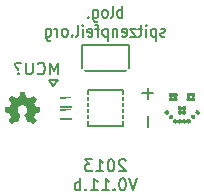
<source format=gbo>
G04 (created by PCBNEW (2013-09-13 BZR 4316)-product) date Mon 16 Sep 2013 03:18:15 PM CEST*
%MOIN*%
G04 Gerber Fmt 3.4, Leading zero omitted, Abs format*
%FSLAX34Y34*%
G01*
G70*
G90*
G04 APERTURE LIST*
%ADD10C,0.005906*%
%ADD11C,0.007874*%
%ADD12C,0.000100*%
%ADD13O,0.039370X0.009843*%
%ADD14R,0.039370X0.009843*%
%ADD15C,0.078740*%
%ADD16R,0.051100X0.059000*%
%ADD17R,0.031400X0.031400*%
%ADD18C,0.010000*%
G04 APERTURE END LIST*
G54D10*
G54D11*
X27795Y-23661D02*
X27637Y-23464D01*
X27952Y-23464D02*
X27795Y-23661D01*
X27637Y-23464D02*
X27952Y-23464D01*
X27947Y-23288D02*
X27947Y-22894D01*
X27815Y-23175D01*
X27684Y-22894D01*
X27684Y-23288D01*
X27272Y-23250D02*
X27290Y-23269D01*
X27347Y-23288D01*
X27384Y-23288D01*
X27440Y-23269D01*
X27478Y-23232D01*
X27497Y-23194D01*
X27515Y-23119D01*
X27515Y-23063D01*
X27497Y-22988D01*
X27478Y-22950D01*
X27440Y-22913D01*
X27384Y-22894D01*
X27347Y-22894D01*
X27290Y-22913D01*
X27272Y-22932D01*
X27103Y-22894D02*
X27103Y-23213D01*
X27084Y-23250D01*
X27065Y-23269D01*
X27028Y-23288D01*
X26953Y-23288D01*
X26916Y-23269D01*
X26897Y-23250D01*
X26878Y-23213D01*
X26878Y-22894D01*
X26634Y-23250D02*
X26616Y-23269D01*
X26634Y-23288D01*
X26653Y-23269D01*
X26634Y-23250D01*
X26634Y-23288D01*
X26709Y-22913D02*
X26672Y-22894D01*
X26578Y-22894D01*
X26541Y-22913D01*
X26522Y-22950D01*
X26522Y-22988D01*
X26541Y-23025D01*
X26559Y-23044D01*
X26597Y-23063D01*
X26616Y-23082D01*
X26634Y-23119D01*
X26634Y-23138D01*
X30101Y-21398D02*
X30101Y-21004D01*
X30101Y-21154D02*
X30067Y-21136D01*
X30000Y-21136D01*
X29966Y-21154D01*
X29949Y-21173D01*
X29932Y-21211D01*
X29932Y-21323D01*
X29949Y-21361D01*
X29966Y-21379D01*
X30000Y-21398D01*
X30067Y-21398D01*
X30101Y-21379D01*
X29730Y-21398D02*
X29763Y-21379D01*
X29780Y-21342D01*
X29780Y-21004D01*
X29544Y-21398D02*
X29578Y-21379D01*
X29595Y-21361D01*
X29611Y-21323D01*
X29611Y-21211D01*
X29595Y-21173D01*
X29578Y-21154D01*
X29544Y-21136D01*
X29493Y-21136D01*
X29460Y-21154D01*
X29443Y-21173D01*
X29426Y-21211D01*
X29426Y-21323D01*
X29443Y-21361D01*
X29460Y-21379D01*
X29493Y-21398D01*
X29544Y-21398D01*
X29122Y-21136D02*
X29122Y-21454D01*
X29139Y-21492D01*
X29156Y-21511D01*
X29190Y-21529D01*
X29240Y-21529D01*
X29274Y-21511D01*
X29122Y-21379D02*
X29156Y-21398D01*
X29223Y-21398D01*
X29257Y-21379D01*
X29274Y-21361D01*
X29291Y-21323D01*
X29291Y-21211D01*
X29274Y-21173D01*
X29257Y-21154D01*
X29223Y-21136D01*
X29156Y-21136D01*
X29122Y-21154D01*
X28953Y-21361D02*
X28937Y-21379D01*
X28953Y-21398D01*
X28970Y-21379D01*
X28953Y-21361D01*
X28953Y-21398D01*
X31510Y-22009D02*
X31476Y-22028D01*
X31408Y-22028D01*
X31375Y-22009D01*
X31358Y-21972D01*
X31358Y-21953D01*
X31375Y-21916D01*
X31408Y-21897D01*
X31459Y-21897D01*
X31493Y-21878D01*
X31510Y-21841D01*
X31510Y-21822D01*
X31493Y-21784D01*
X31459Y-21766D01*
X31408Y-21766D01*
X31375Y-21784D01*
X31206Y-21766D02*
X31206Y-22159D01*
X31206Y-21784D02*
X31172Y-21766D01*
X31105Y-21766D01*
X31071Y-21784D01*
X31054Y-21803D01*
X31037Y-21841D01*
X31037Y-21953D01*
X31054Y-21991D01*
X31071Y-22009D01*
X31105Y-22028D01*
X31172Y-22028D01*
X31206Y-22009D01*
X30885Y-22028D02*
X30885Y-21766D01*
X30885Y-21634D02*
X30902Y-21653D01*
X30885Y-21672D01*
X30868Y-21653D01*
X30885Y-21634D01*
X30885Y-21672D01*
X30767Y-21766D02*
X30632Y-21766D01*
X30717Y-21634D02*
X30717Y-21972D01*
X30700Y-22009D01*
X30666Y-22028D01*
X30632Y-22028D01*
X30548Y-21766D02*
X30362Y-21766D01*
X30548Y-22028D01*
X30362Y-22028D01*
X30092Y-22009D02*
X30126Y-22028D01*
X30194Y-22028D01*
X30227Y-22009D01*
X30244Y-21972D01*
X30244Y-21822D01*
X30227Y-21784D01*
X30194Y-21766D01*
X30126Y-21766D01*
X30092Y-21784D01*
X30075Y-21822D01*
X30075Y-21859D01*
X30244Y-21897D01*
X29924Y-21766D02*
X29924Y-22028D01*
X29924Y-21803D02*
X29907Y-21784D01*
X29873Y-21766D01*
X29822Y-21766D01*
X29789Y-21784D01*
X29772Y-21822D01*
X29772Y-22028D01*
X29603Y-21766D02*
X29603Y-22159D01*
X29603Y-21784D02*
X29569Y-21766D01*
X29502Y-21766D01*
X29468Y-21784D01*
X29451Y-21803D01*
X29434Y-21841D01*
X29434Y-21953D01*
X29451Y-21991D01*
X29468Y-22009D01*
X29502Y-22028D01*
X29569Y-22028D01*
X29603Y-22009D01*
X29333Y-21766D02*
X29198Y-21766D01*
X29282Y-22028D02*
X29282Y-21691D01*
X29266Y-21653D01*
X29232Y-21634D01*
X29198Y-21634D01*
X28945Y-22009D02*
X28979Y-22028D01*
X29046Y-22028D01*
X29080Y-22009D01*
X29097Y-21972D01*
X29097Y-21822D01*
X29080Y-21784D01*
X29046Y-21766D01*
X28979Y-21766D01*
X28945Y-21784D01*
X28928Y-21822D01*
X28928Y-21859D01*
X29097Y-21897D01*
X28776Y-22028D02*
X28776Y-21766D01*
X28776Y-21634D02*
X28793Y-21653D01*
X28776Y-21672D01*
X28759Y-21653D01*
X28776Y-21634D01*
X28776Y-21672D01*
X28557Y-22028D02*
X28591Y-22009D01*
X28607Y-21972D01*
X28607Y-21634D01*
X28422Y-21991D02*
X28405Y-22009D01*
X28422Y-22028D01*
X28439Y-22009D01*
X28422Y-21991D01*
X28422Y-22028D01*
X28203Y-22028D02*
X28236Y-22009D01*
X28253Y-21991D01*
X28270Y-21953D01*
X28270Y-21841D01*
X28253Y-21803D01*
X28236Y-21784D01*
X28203Y-21766D01*
X28152Y-21766D01*
X28118Y-21784D01*
X28101Y-21803D01*
X28084Y-21841D01*
X28084Y-21953D01*
X28101Y-21991D01*
X28118Y-22009D01*
X28152Y-22028D01*
X28203Y-22028D01*
X27933Y-22028D02*
X27933Y-21766D01*
X27933Y-21841D02*
X27916Y-21803D01*
X27899Y-21784D01*
X27865Y-21766D01*
X27831Y-21766D01*
X27561Y-21766D02*
X27561Y-22084D01*
X27578Y-22122D01*
X27595Y-22140D01*
X27629Y-22159D01*
X27679Y-22159D01*
X27713Y-22140D01*
X27561Y-22009D02*
X27595Y-22028D01*
X27663Y-22028D01*
X27696Y-22009D01*
X27713Y-21991D01*
X27730Y-21953D01*
X27730Y-21841D01*
X27713Y-21803D01*
X27696Y-21784D01*
X27663Y-21766D01*
X27595Y-21766D01*
X27561Y-21784D01*
X30202Y-26160D02*
X30183Y-26141D01*
X30146Y-26122D01*
X30052Y-26122D01*
X30014Y-26141D01*
X29996Y-26160D01*
X29977Y-26197D01*
X29977Y-26235D01*
X29996Y-26291D01*
X30221Y-26516D01*
X29977Y-26516D01*
X29733Y-26122D02*
X29696Y-26122D01*
X29658Y-26141D01*
X29640Y-26160D01*
X29621Y-26197D01*
X29602Y-26272D01*
X29602Y-26366D01*
X29621Y-26441D01*
X29640Y-26479D01*
X29658Y-26497D01*
X29696Y-26516D01*
X29733Y-26516D01*
X29771Y-26497D01*
X29790Y-26479D01*
X29808Y-26441D01*
X29827Y-26366D01*
X29827Y-26272D01*
X29808Y-26197D01*
X29790Y-26160D01*
X29771Y-26141D01*
X29733Y-26122D01*
X29227Y-26516D02*
X29452Y-26516D01*
X29340Y-26516D02*
X29340Y-26122D01*
X29377Y-26179D01*
X29415Y-26216D01*
X29452Y-26235D01*
X29096Y-26122D02*
X28852Y-26122D01*
X28983Y-26272D01*
X28927Y-26272D01*
X28890Y-26291D01*
X28871Y-26310D01*
X28852Y-26347D01*
X28852Y-26441D01*
X28871Y-26479D01*
X28890Y-26497D01*
X28927Y-26516D01*
X29040Y-26516D01*
X29077Y-26497D01*
X29096Y-26479D01*
X30586Y-26752D02*
X30455Y-27146D01*
X30324Y-26752D01*
X30118Y-26752D02*
X30080Y-26752D01*
X30043Y-26771D01*
X30024Y-26790D01*
X30005Y-26827D01*
X29986Y-26902D01*
X29986Y-26996D01*
X30005Y-27071D01*
X30024Y-27109D01*
X30043Y-27127D01*
X30080Y-27146D01*
X30118Y-27146D01*
X30155Y-27127D01*
X30174Y-27109D01*
X30193Y-27071D01*
X30211Y-26996D01*
X30211Y-26902D01*
X30193Y-26827D01*
X30174Y-26790D01*
X30155Y-26771D01*
X30118Y-26752D01*
X29818Y-27109D02*
X29799Y-27127D01*
X29818Y-27146D01*
X29836Y-27127D01*
X29818Y-27109D01*
X29818Y-27146D01*
X29424Y-27146D02*
X29649Y-27146D01*
X29536Y-27146D02*
X29536Y-26752D01*
X29574Y-26809D01*
X29611Y-26846D01*
X29649Y-26865D01*
X29049Y-27146D02*
X29274Y-27146D01*
X29161Y-27146D02*
X29161Y-26752D01*
X29199Y-26809D01*
X29236Y-26846D01*
X29274Y-26865D01*
X28880Y-27109D02*
X28862Y-27127D01*
X28880Y-27146D01*
X28899Y-27127D01*
X28880Y-27109D01*
X28880Y-27146D01*
X28693Y-27146D02*
X28693Y-26752D01*
X28693Y-26902D02*
X28655Y-26884D01*
X28580Y-26884D01*
X28543Y-26902D01*
X28524Y-26921D01*
X28505Y-26959D01*
X28505Y-27071D01*
X28524Y-27109D01*
X28543Y-27127D01*
X28580Y-27146D01*
X28655Y-27146D01*
X28693Y-27127D01*
X31119Y-23923D02*
X30760Y-23923D01*
X30940Y-24103D02*
X30940Y-23743D01*
X30943Y-24670D02*
X30943Y-25029D01*
X28937Y-25000D02*
X30118Y-25000D01*
X30118Y-25000D02*
X30118Y-23818D01*
X30118Y-23818D02*
X28937Y-23818D01*
X28937Y-23818D02*
X28937Y-25000D01*
X28740Y-22322D02*
X30314Y-22322D01*
X28740Y-22322D02*
X28740Y-23188D01*
X28740Y-23188D02*
X30314Y-23188D01*
X30314Y-23188D02*
X30314Y-22322D01*
X27771Y-24365D02*
X28371Y-24365D01*
X28371Y-24365D02*
X28371Y-24065D01*
X28371Y-24065D02*
X27771Y-24065D01*
X27771Y-24065D02*
X27771Y-24365D01*
X27771Y-24759D02*
X28371Y-24759D01*
X28371Y-24759D02*
X28371Y-24459D01*
X28371Y-24459D02*
X27771Y-24459D01*
X27771Y-24459D02*
X27771Y-24759D01*
G54D12*
G36*
X26413Y-24939D02*
X26420Y-24936D01*
X26433Y-24927D01*
X26453Y-24914D01*
X26476Y-24899D01*
X26500Y-24883D01*
X26519Y-24870D01*
X26533Y-24861D01*
X26538Y-24858D01*
X26541Y-24859D01*
X26552Y-24865D01*
X26568Y-24873D01*
X26578Y-24878D01*
X26593Y-24884D01*
X26600Y-24886D01*
X26601Y-24884D01*
X26607Y-24872D01*
X26615Y-24853D01*
X26626Y-24827D01*
X26639Y-24797D01*
X26653Y-24765D01*
X26666Y-24732D01*
X26679Y-24701D01*
X26691Y-24672D01*
X26700Y-24649D01*
X26706Y-24633D01*
X26709Y-24626D01*
X26708Y-24625D01*
X26701Y-24618D01*
X26688Y-24608D01*
X26660Y-24585D01*
X26632Y-24551D01*
X26615Y-24512D01*
X26610Y-24468D01*
X26614Y-24428D01*
X26630Y-24390D01*
X26657Y-24355D01*
X26690Y-24329D01*
X26728Y-24313D01*
X26771Y-24308D01*
X26812Y-24312D01*
X26851Y-24328D01*
X26886Y-24354D01*
X26901Y-24371D01*
X26921Y-24407D01*
X26933Y-24444D01*
X26934Y-24453D01*
X26932Y-24495D01*
X26920Y-24535D01*
X26898Y-24570D01*
X26868Y-24599D01*
X26864Y-24602D01*
X26850Y-24613D01*
X26840Y-24620D01*
X26833Y-24626D01*
X26886Y-24753D01*
X26894Y-24773D01*
X26909Y-24808D01*
X26921Y-24838D01*
X26932Y-24862D01*
X26939Y-24878D01*
X26942Y-24884D01*
X26942Y-24884D01*
X26947Y-24885D01*
X26956Y-24882D01*
X26974Y-24873D01*
X26986Y-24867D01*
X26999Y-24861D01*
X27005Y-24858D01*
X27011Y-24861D01*
X27024Y-24869D01*
X27042Y-24882D01*
X27065Y-24897D01*
X27087Y-24912D01*
X27107Y-24925D01*
X27121Y-24935D01*
X27128Y-24938D01*
X27129Y-24938D01*
X27136Y-24935D01*
X27147Y-24925D01*
X27164Y-24909D01*
X27189Y-24885D01*
X27193Y-24881D01*
X27213Y-24861D01*
X27229Y-24843D01*
X27240Y-24831D01*
X27244Y-24826D01*
X27244Y-24826D01*
X27240Y-24819D01*
X27231Y-24804D01*
X27218Y-24784D01*
X27202Y-24760D01*
X27160Y-24699D01*
X27183Y-24642D01*
X27190Y-24624D01*
X27199Y-24602D01*
X27206Y-24587D01*
X27209Y-24580D01*
X27216Y-24578D01*
X27231Y-24574D01*
X27254Y-24570D01*
X27282Y-24565D01*
X27308Y-24560D01*
X27331Y-24555D01*
X27348Y-24552D01*
X27356Y-24551D01*
X27358Y-24549D01*
X27359Y-24546D01*
X27360Y-24538D01*
X27361Y-24523D01*
X27361Y-24501D01*
X27361Y-24468D01*
X27361Y-24465D01*
X27361Y-24434D01*
X27360Y-24409D01*
X27359Y-24394D01*
X27358Y-24387D01*
X27358Y-24387D01*
X27351Y-24385D01*
X27334Y-24382D01*
X27311Y-24377D01*
X27283Y-24372D01*
X27281Y-24372D01*
X27253Y-24366D01*
X27230Y-24361D01*
X27213Y-24358D01*
X27206Y-24355D01*
X27205Y-24353D01*
X27199Y-24342D01*
X27191Y-24325D01*
X27182Y-24304D01*
X27173Y-24282D01*
X27165Y-24262D01*
X27160Y-24248D01*
X27158Y-24241D01*
X27158Y-24241D01*
X27162Y-24234D01*
X27172Y-24220D01*
X27186Y-24200D01*
X27202Y-24176D01*
X27203Y-24174D01*
X27219Y-24150D01*
X27232Y-24130D01*
X27241Y-24116D01*
X27244Y-24110D01*
X27244Y-24109D01*
X27239Y-24102D01*
X27227Y-24089D01*
X27209Y-24071D01*
X27189Y-24050D01*
X27182Y-24044D01*
X27159Y-24021D01*
X27143Y-24007D01*
X27133Y-23999D01*
X27129Y-23997D01*
X27128Y-23997D01*
X27121Y-24001D01*
X27106Y-24011D01*
X27086Y-24025D01*
X27062Y-24041D01*
X27061Y-24042D01*
X27037Y-24058D01*
X27017Y-24072D01*
X27003Y-24081D01*
X26997Y-24084D01*
X26996Y-24084D01*
X26987Y-24082D01*
X26970Y-24076D01*
X26949Y-24068D01*
X26927Y-24059D01*
X26907Y-24051D01*
X26893Y-24044D01*
X26886Y-24040D01*
X26885Y-24040D01*
X26883Y-24031D01*
X26879Y-24013D01*
X26874Y-23989D01*
X26868Y-23960D01*
X26867Y-23956D01*
X26862Y-23927D01*
X26858Y-23904D01*
X26854Y-23888D01*
X26853Y-23881D01*
X26849Y-23881D01*
X26835Y-23880D01*
X26814Y-23879D01*
X26788Y-23879D01*
X26762Y-23879D01*
X26736Y-23879D01*
X26714Y-23880D01*
X26698Y-23881D01*
X26691Y-23883D01*
X26691Y-23883D01*
X26689Y-23892D01*
X26685Y-23909D01*
X26680Y-23934D01*
X26674Y-23963D01*
X26673Y-23968D01*
X26668Y-23996D01*
X26663Y-24019D01*
X26660Y-24035D01*
X26658Y-24041D01*
X26656Y-24042D01*
X26644Y-24048D01*
X26625Y-24055D01*
X26602Y-24065D01*
X26548Y-24087D01*
X26482Y-24041D01*
X26476Y-24037D01*
X26452Y-24021D01*
X26432Y-24008D01*
X26418Y-23999D01*
X26413Y-23996D01*
X26412Y-23996D01*
X26406Y-24002D01*
X26393Y-24014D01*
X26375Y-24032D01*
X26354Y-24052D01*
X26338Y-24068D01*
X26320Y-24086D01*
X26309Y-24099D01*
X26302Y-24107D01*
X26300Y-24112D01*
X26301Y-24115D01*
X26305Y-24122D01*
X26315Y-24136D01*
X26328Y-24157D01*
X26344Y-24180D01*
X26358Y-24200D01*
X26372Y-24222D01*
X26381Y-24238D01*
X26385Y-24245D01*
X26384Y-24249D01*
X26379Y-24262D01*
X26371Y-24281D01*
X26361Y-24305D01*
X26338Y-24357D01*
X26304Y-24364D01*
X26283Y-24368D01*
X26254Y-24373D01*
X26226Y-24379D01*
X26182Y-24387D01*
X26181Y-24546D01*
X26188Y-24549D01*
X26194Y-24551D01*
X26210Y-24555D01*
X26233Y-24559D01*
X26260Y-24564D01*
X26284Y-24569D01*
X26307Y-24573D01*
X26324Y-24576D01*
X26331Y-24578D01*
X26333Y-24580D01*
X26339Y-24592D01*
X26347Y-24610D01*
X26356Y-24631D01*
X26366Y-24654D01*
X26374Y-24674D01*
X26380Y-24690D01*
X26382Y-24698D01*
X26379Y-24704D01*
X26370Y-24718D01*
X26357Y-24738D01*
X26341Y-24761D01*
X26325Y-24784D01*
X26312Y-24804D01*
X26302Y-24818D01*
X26299Y-24825D01*
X26301Y-24829D01*
X26310Y-24840D01*
X26327Y-24858D01*
X26353Y-24884D01*
X26358Y-24888D01*
X26378Y-24908D01*
X26396Y-24924D01*
X26408Y-24935D01*
X26413Y-24939D01*
X26413Y-24939D01*
G37*
G36*
X32309Y-24925D02*
X32324Y-24923D01*
X32337Y-24919D01*
X32343Y-24916D01*
X32356Y-24907D01*
X32366Y-24896D01*
X32373Y-24884D01*
X32378Y-24870D01*
X32381Y-24856D01*
X32380Y-24841D01*
X32377Y-24827D01*
X32370Y-24813D01*
X32366Y-24807D01*
X32360Y-24800D01*
X32353Y-24794D01*
X32347Y-24789D01*
X32345Y-24788D01*
X32332Y-24782D01*
X32319Y-24779D01*
X32304Y-24778D01*
X32299Y-24778D01*
X32291Y-24779D01*
X32284Y-24781D01*
X32276Y-24785D01*
X32267Y-24789D01*
X32255Y-24799D01*
X32246Y-24811D01*
X32238Y-24824D01*
X32236Y-24830D01*
X32234Y-24838D01*
X32233Y-24843D01*
X32233Y-24844D01*
X32233Y-24844D01*
X32233Y-24841D01*
X32233Y-24841D01*
X32230Y-24831D01*
X32227Y-24822D01*
X32222Y-24813D01*
X32214Y-24802D01*
X32203Y-24792D01*
X32190Y-24784D01*
X32175Y-24779D01*
X32160Y-24778D01*
X32156Y-24778D01*
X32144Y-24779D01*
X32133Y-24782D01*
X32131Y-24783D01*
X32118Y-24790D01*
X32107Y-24799D01*
X32098Y-24811D01*
X32091Y-24823D01*
X32087Y-24836D01*
X32087Y-24837D01*
X32086Y-24840D01*
X32086Y-24842D01*
X32086Y-24842D01*
X32086Y-24840D01*
X32085Y-24836D01*
X32085Y-24835D01*
X32080Y-24822D01*
X32073Y-24809D01*
X32064Y-24798D01*
X32055Y-24791D01*
X32042Y-24784D01*
X32028Y-24779D01*
X32012Y-24778D01*
X32001Y-24779D01*
X31987Y-24782D01*
X31973Y-24789D01*
X31961Y-24798D01*
X31952Y-24810D01*
X31950Y-24812D01*
X31947Y-24817D01*
X31945Y-24822D01*
X31944Y-24825D01*
X31941Y-24832D01*
X31940Y-24838D01*
X31939Y-24843D01*
X31939Y-24844D01*
X31939Y-24844D01*
X31938Y-24841D01*
X31937Y-24833D01*
X31933Y-24823D01*
X31929Y-24814D01*
X31920Y-24802D01*
X31908Y-24792D01*
X31895Y-24784D01*
X31881Y-24779D01*
X31866Y-24778D01*
X31852Y-24779D01*
X31837Y-24783D01*
X31824Y-24790D01*
X31812Y-24800D01*
X31806Y-24807D01*
X31801Y-24815D01*
X31796Y-24824D01*
X31794Y-24832D01*
X31791Y-24847D01*
X31792Y-24861D01*
X31795Y-24875D01*
X31801Y-24888D01*
X31809Y-24899D01*
X31819Y-24909D01*
X31831Y-24917D01*
X31844Y-24922D01*
X31859Y-24925D01*
X31861Y-24925D01*
X31876Y-24925D01*
X31890Y-24921D01*
X31903Y-24915D01*
X31908Y-24911D01*
X31918Y-24903D01*
X31927Y-24892D01*
X31933Y-24881D01*
X31934Y-24877D01*
X31936Y-24871D01*
X31938Y-24864D01*
X31939Y-24859D01*
X31939Y-24856D01*
X31939Y-24859D01*
X31939Y-24862D01*
X31941Y-24868D01*
X31943Y-24876D01*
X31945Y-24882D01*
X31949Y-24889D01*
X31958Y-24901D01*
X31969Y-24911D01*
X31982Y-24919D01*
X31997Y-24924D01*
X31999Y-24924D01*
X32009Y-24925D01*
X32020Y-24925D01*
X32030Y-24923D01*
X32040Y-24920D01*
X32053Y-24913D01*
X32066Y-24903D01*
X32066Y-24902D01*
X32075Y-24892D01*
X32081Y-24879D01*
X32085Y-24867D01*
X32085Y-24866D01*
X32086Y-24863D01*
X32086Y-24861D01*
X32086Y-24862D01*
X32087Y-24865D01*
X32087Y-24866D01*
X32089Y-24874D01*
X32092Y-24882D01*
X32097Y-24890D01*
X32103Y-24899D01*
X32114Y-24910D01*
X32127Y-24918D01*
X32142Y-24923D01*
X32144Y-24924D01*
X32154Y-24925D01*
X32165Y-24925D01*
X32175Y-24924D01*
X32183Y-24921D01*
X32197Y-24915D01*
X32209Y-24906D01*
X32219Y-24895D01*
X32227Y-24882D01*
X32228Y-24878D01*
X32231Y-24871D01*
X32232Y-24864D01*
X32233Y-24859D01*
X32233Y-24859D01*
X32233Y-24859D01*
X32234Y-24862D01*
X32234Y-24862D01*
X32236Y-24871D01*
X32240Y-24881D01*
X32244Y-24890D01*
X32246Y-24893D01*
X32255Y-24904D01*
X32267Y-24913D01*
X32280Y-24920D01*
X32294Y-24924D01*
X32309Y-24925D01*
X32309Y-24925D01*
G37*
G36*
X31713Y-24778D02*
X31722Y-24777D01*
X31730Y-24777D01*
X31740Y-24774D01*
X31754Y-24768D01*
X31766Y-24759D01*
X31776Y-24748D01*
X31784Y-24735D01*
X31789Y-24721D01*
X31791Y-24706D01*
X31790Y-24691D01*
X31786Y-24677D01*
X31780Y-24664D01*
X31770Y-24652D01*
X31758Y-24642D01*
X31755Y-24640D01*
X31740Y-24634D01*
X31726Y-24630D01*
X31710Y-24630D01*
X31695Y-24633D01*
X31683Y-24638D01*
X31670Y-24647D01*
X31660Y-24658D01*
X31651Y-24671D01*
X31646Y-24686D01*
X31644Y-24693D01*
X31644Y-24703D01*
X31644Y-24712D01*
X31645Y-24720D01*
X31646Y-24723D01*
X31652Y-24738D01*
X31660Y-24751D01*
X31672Y-24762D01*
X31685Y-24770D01*
X31691Y-24773D01*
X31700Y-24776D01*
X31708Y-24777D01*
X31713Y-24778D01*
X31713Y-24778D01*
G37*
G36*
X32456Y-24778D02*
X32471Y-24776D01*
X32486Y-24771D01*
X32500Y-24762D01*
X32503Y-24760D01*
X32513Y-24749D01*
X32521Y-24736D01*
X32526Y-24722D01*
X32528Y-24714D01*
X32528Y-24705D01*
X32528Y-24695D01*
X32527Y-24688D01*
X32526Y-24684D01*
X32520Y-24669D01*
X32512Y-24657D01*
X32501Y-24646D01*
X32488Y-24638D01*
X32474Y-24633D01*
X32459Y-24630D01*
X32453Y-24630D01*
X32438Y-24632D01*
X32424Y-24636D01*
X32412Y-24644D01*
X32401Y-24653D01*
X32392Y-24665D01*
X32386Y-24678D01*
X32382Y-24692D01*
X32381Y-24707D01*
X32382Y-24716D01*
X32384Y-24724D01*
X32387Y-24733D01*
X32393Y-24744D01*
X32402Y-24756D01*
X32414Y-24765D01*
X32427Y-24772D01*
X32441Y-24776D01*
X32456Y-24778D01*
X32456Y-24778D01*
G37*
G36*
X31566Y-24630D02*
X31576Y-24630D01*
X31585Y-24628D01*
X31596Y-24625D01*
X31609Y-24618D01*
X31622Y-24608D01*
X31630Y-24599D01*
X31637Y-24586D01*
X31642Y-24572D01*
X31643Y-24566D01*
X31643Y-24557D01*
X31643Y-24548D01*
X31642Y-24541D01*
X31641Y-24536D01*
X31635Y-24522D01*
X31627Y-24509D01*
X31616Y-24498D01*
X31602Y-24490D01*
X31597Y-24488D01*
X31588Y-24484D01*
X31578Y-24483D01*
X31567Y-24483D01*
X31560Y-24483D01*
X31552Y-24484D01*
X31545Y-24486D01*
X31537Y-24490D01*
X31532Y-24493D01*
X31520Y-24502D01*
X31510Y-24513D01*
X31502Y-24527D01*
X31497Y-24542D01*
X31497Y-24545D01*
X31496Y-24554D01*
X31496Y-24563D01*
X31497Y-24571D01*
X31498Y-24576D01*
X31504Y-24590D01*
X31513Y-24603D01*
X31523Y-24614D01*
X31537Y-24622D01*
X31551Y-24628D01*
X31556Y-24629D01*
X31566Y-24630D01*
X31566Y-24630D01*
G37*
G36*
X32158Y-24630D02*
X32172Y-24629D01*
X32186Y-24625D01*
X32195Y-24621D01*
X32207Y-24612D01*
X32218Y-24601D01*
X32226Y-24588D01*
X32231Y-24574D01*
X32232Y-24571D01*
X32233Y-24559D01*
X32233Y-24548D01*
X32230Y-24535D01*
X32224Y-24520D01*
X32215Y-24508D01*
X32204Y-24498D01*
X32191Y-24490D01*
X32176Y-24484D01*
X32167Y-24482D01*
X32172Y-24481D01*
X32173Y-24481D01*
X32183Y-24478D01*
X32194Y-24473D01*
X32205Y-24467D01*
X32206Y-24465D01*
X32217Y-24455D01*
X32225Y-24442D01*
X32230Y-24428D01*
X32233Y-24414D01*
X32233Y-24400D01*
X32229Y-24386D01*
X32223Y-24372D01*
X32223Y-24371D01*
X32213Y-24359D01*
X32202Y-24349D01*
X32190Y-24342D01*
X32176Y-24338D01*
X32162Y-24336D01*
X32148Y-24337D01*
X32134Y-24340D01*
X32121Y-24347D01*
X32108Y-24356D01*
X32102Y-24363D01*
X32095Y-24374D01*
X32089Y-24385D01*
X32087Y-24396D01*
X32086Y-24399D01*
X32086Y-24400D01*
X32086Y-24399D01*
X32085Y-24396D01*
X32083Y-24386D01*
X32078Y-24376D01*
X32072Y-24366D01*
X32068Y-24361D01*
X32057Y-24351D01*
X32044Y-24343D01*
X32030Y-24338D01*
X32015Y-24336D01*
X32000Y-24337D01*
X31991Y-24339D01*
X31977Y-24345D01*
X31965Y-24353D01*
X31954Y-24364D01*
X31946Y-24377D01*
X31941Y-24392D01*
X31940Y-24399D01*
X31939Y-24414D01*
X31942Y-24428D01*
X31947Y-24442D01*
X31955Y-24455D01*
X31966Y-24465D01*
X31979Y-24474D01*
X31985Y-24477D01*
X31992Y-24479D01*
X31998Y-24481D01*
X32003Y-24482D01*
X32003Y-24482D01*
X32003Y-24482D01*
X32000Y-24483D01*
X31993Y-24485D01*
X31983Y-24489D01*
X31974Y-24493D01*
X31970Y-24496D01*
X31960Y-24505D01*
X31951Y-24515D01*
X31945Y-24526D01*
X31941Y-24539D01*
X31939Y-24552D01*
X31939Y-24565D01*
X31940Y-24567D01*
X31944Y-24583D01*
X31951Y-24596D01*
X31961Y-24608D01*
X31969Y-24616D01*
X31982Y-24624D01*
X31997Y-24628D01*
X32002Y-24629D01*
X32010Y-24630D01*
X32019Y-24629D01*
X32027Y-24629D01*
X32033Y-24627D01*
X32038Y-24626D01*
X32052Y-24619D01*
X32064Y-24609D01*
X32074Y-24597D01*
X32078Y-24591D01*
X32082Y-24581D01*
X32085Y-24571D01*
X32085Y-24571D01*
X32086Y-24567D01*
X32086Y-24566D01*
X32086Y-24566D01*
X32086Y-24546D01*
X32086Y-24546D01*
X32086Y-24545D01*
X32085Y-24541D01*
X32085Y-24540D01*
X32080Y-24527D01*
X32073Y-24514D01*
X32064Y-24503D01*
X32053Y-24494D01*
X32040Y-24488D01*
X32039Y-24487D01*
X32033Y-24485D01*
X32027Y-24484D01*
X32020Y-24482D01*
X32026Y-24481D01*
X32035Y-24479D01*
X32048Y-24473D01*
X32060Y-24465D01*
X32071Y-24454D01*
X32079Y-24442D01*
X32081Y-24436D01*
X32084Y-24428D01*
X32085Y-24422D01*
X32086Y-24419D01*
X32086Y-24418D01*
X32086Y-24419D01*
X32087Y-24422D01*
X32088Y-24427D01*
X32090Y-24435D01*
X32093Y-24442D01*
X32098Y-24450D01*
X32108Y-24461D01*
X32119Y-24470D01*
X32132Y-24477D01*
X32146Y-24481D01*
X32152Y-24482D01*
X32146Y-24484D01*
X32145Y-24484D01*
X32138Y-24485D01*
X32132Y-24488D01*
X32131Y-24488D01*
X32118Y-24495D01*
X32107Y-24504D01*
X32098Y-24515D01*
X32091Y-24528D01*
X32087Y-24541D01*
X32087Y-24541D01*
X32086Y-24545D01*
X32086Y-24546D01*
X32086Y-24566D01*
X32086Y-24566D01*
X32086Y-24568D01*
X32087Y-24571D01*
X32090Y-24581D01*
X32096Y-24594D01*
X32105Y-24606D01*
X32116Y-24616D01*
X32129Y-24623D01*
X32129Y-24623D01*
X32143Y-24628D01*
X32158Y-24630D01*
X32158Y-24630D01*
G37*
G36*
X32597Y-24630D02*
X32609Y-24630D01*
X32620Y-24628D01*
X32627Y-24626D01*
X32641Y-24619D01*
X32653Y-24610D01*
X32663Y-24599D01*
X32670Y-24586D01*
X32674Y-24572D01*
X32676Y-24556D01*
X32676Y-24550D01*
X32673Y-24535D01*
X32667Y-24521D01*
X32658Y-24507D01*
X32655Y-24505D01*
X32645Y-24496D01*
X32633Y-24489D01*
X32620Y-24484D01*
X32619Y-24484D01*
X32608Y-24483D01*
X32596Y-24483D01*
X32585Y-24484D01*
X32581Y-24485D01*
X32567Y-24491D01*
X32555Y-24500D01*
X32545Y-24510D01*
X32537Y-24522D01*
X32531Y-24535D01*
X32529Y-24550D01*
X32529Y-24565D01*
X32532Y-24580D01*
X32537Y-24591D01*
X32546Y-24603D01*
X32557Y-24614D01*
X32569Y-24622D01*
X32584Y-24628D01*
X32585Y-24628D01*
X32597Y-24630D01*
X32597Y-24630D01*
G37*
G36*
X31867Y-24188D02*
X31882Y-24186D01*
X31896Y-24181D01*
X31903Y-24178D01*
X31909Y-24173D01*
X31916Y-24167D01*
X31924Y-24159D01*
X31932Y-24146D01*
X31937Y-24132D01*
X31938Y-24128D01*
X31939Y-24118D01*
X31939Y-24108D01*
X31937Y-24099D01*
X31933Y-24086D01*
X31927Y-24073D01*
X31918Y-24062D01*
X31916Y-24061D01*
X31909Y-24055D01*
X31901Y-24050D01*
X31894Y-24046D01*
X31891Y-24045D01*
X31885Y-24043D01*
X31879Y-24042D01*
X31875Y-24041D01*
X31872Y-24041D01*
X31875Y-24040D01*
X31879Y-24039D01*
X31883Y-24038D01*
X31889Y-24037D01*
X31900Y-24031D01*
X31911Y-24025D01*
X31919Y-24017D01*
X31921Y-24015D01*
X31930Y-24002D01*
X31936Y-23988D01*
X31939Y-23974D01*
X31939Y-23959D01*
X31938Y-23955D01*
X31934Y-23940D01*
X31927Y-23927D01*
X31917Y-23914D01*
X31908Y-23907D01*
X31895Y-23899D01*
X31881Y-23894D01*
X31878Y-23894D01*
X31868Y-23893D01*
X31858Y-23893D01*
X31848Y-23895D01*
X31840Y-23897D01*
X31826Y-23904D01*
X31814Y-23913D01*
X31805Y-23924D01*
X31797Y-23937D01*
X31793Y-23951D01*
X31792Y-23953D01*
X31791Y-23956D01*
X31791Y-23958D01*
X31790Y-23956D01*
X31790Y-23953D01*
X31789Y-23947D01*
X31786Y-23940D01*
X31784Y-23934D01*
X31781Y-23930D01*
X31772Y-23917D01*
X31761Y-23907D01*
X31748Y-23899D01*
X31734Y-23895D01*
X31718Y-23893D01*
X31706Y-23894D01*
X31692Y-23897D01*
X31679Y-23904D01*
X31671Y-23909D01*
X31660Y-23920D01*
X31652Y-23932D01*
X31646Y-23946D01*
X31644Y-23960D01*
X31644Y-23975D01*
X31647Y-23989D01*
X31653Y-24003D01*
X31662Y-24015D01*
X31673Y-24026D01*
X31687Y-24034D01*
X31702Y-24039D01*
X31710Y-24041D01*
X31705Y-24041D01*
X31702Y-24042D01*
X31690Y-24045D01*
X31679Y-24051D01*
X31668Y-24059D01*
X31659Y-24068D01*
X31654Y-24076D01*
X31649Y-24086D01*
X31646Y-24096D01*
X31644Y-24104D01*
X31644Y-24113D01*
X31644Y-24123D01*
X31645Y-24130D01*
X31648Y-24139D01*
X31655Y-24153D01*
X31664Y-24165D01*
X31676Y-24175D01*
X31689Y-24183D01*
X31705Y-24187D01*
X31709Y-24188D01*
X31718Y-24188D01*
X31727Y-24187D01*
X31736Y-24186D01*
X31742Y-24184D01*
X31756Y-24177D01*
X31768Y-24168D01*
X31778Y-24157D01*
X31785Y-24144D01*
X31790Y-24129D01*
X31790Y-24128D01*
X31791Y-24124D01*
X31791Y-24125D01*
X31791Y-24104D01*
X31791Y-24104D01*
X31790Y-24101D01*
X31790Y-24100D01*
X31787Y-24090D01*
X31783Y-24080D01*
X31777Y-24070D01*
X31772Y-24065D01*
X31761Y-24054D01*
X31747Y-24047D01*
X31732Y-24042D01*
X31725Y-24040D01*
X31730Y-24039D01*
X31735Y-24038D01*
X31739Y-24037D01*
X31742Y-24036D01*
X31756Y-24030D01*
X31768Y-24020D01*
X31778Y-24009D01*
X31785Y-23996D01*
X31790Y-23982D01*
X31790Y-23979D01*
X31791Y-23977D01*
X31792Y-23978D01*
X31793Y-23982D01*
X31793Y-23983D01*
X31795Y-23991D01*
X31799Y-23999D01*
X31803Y-24007D01*
X31807Y-24012D01*
X31814Y-24019D01*
X31821Y-24026D01*
X31828Y-24031D01*
X31829Y-24031D01*
X31840Y-24036D01*
X31852Y-24039D01*
X31857Y-24040D01*
X31851Y-24042D01*
X31838Y-24045D01*
X31825Y-24052D01*
X31813Y-24061D01*
X31804Y-24072D01*
X31802Y-24076D01*
X31798Y-24083D01*
X31795Y-24091D01*
X31793Y-24098D01*
X31792Y-24103D01*
X31792Y-24103D01*
X31791Y-24104D01*
X31791Y-24125D01*
X31792Y-24125D01*
X31792Y-24128D01*
X31793Y-24132D01*
X31795Y-24137D01*
X31798Y-24144D01*
X31805Y-24157D01*
X31815Y-24168D01*
X31826Y-24177D01*
X31839Y-24183D01*
X31853Y-24187D01*
X31867Y-24188D01*
X31867Y-24188D01*
G37*
G36*
X32311Y-24188D02*
X32325Y-24186D01*
X32339Y-24181D01*
X32352Y-24173D01*
X32362Y-24163D01*
X32371Y-24151D01*
X32377Y-24137D01*
X32379Y-24132D01*
X32380Y-24128D01*
X32380Y-24127D01*
X32381Y-24124D01*
X32381Y-24124D01*
X32381Y-24104D01*
X32380Y-24102D01*
X32379Y-24097D01*
X32376Y-24088D01*
X32370Y-24075D01*
X32361Y-24063D01*
X32349Y-24054D01*
X32336Y-24046D01*
X32322Y-24042D01*
X32315Y-24040D01*
X32320Y-24039D01*
X32320Y-24039D01*
X32332Y-24036D01*
X32344Y-24031D01*
X32348Y-24028D01*
X32356Y-24021D01*
X32363Y-24014D01*
X32369Y-24007D01*
X32372Y-24001D01*
X32377Y-23991D01*
X32379Y-23983D01*
X32380Y-23979D01*
X32381Y-23977D01*
X32381Y-23978D01*
X32382Y-23982D01*
X32385Y-23992D01*
X32392Y-24006D01*
X32402Y-24018D01*
X32413Y-24027D01*
X32426Y-24035D01*
X32442Y-24039D01*
X32447Y-24040D01*
X32440Y-24042D01*
X32433Y-24044D01*
X32419Y-24050D01*
X32406Y-24059D01*
X32396Y-24070D01*
X32392Y-24074D01*
X32389Y-24081D01*
X32385Y-24089D01*
X32383Y-24094D01*
X32382Y-24100D01*
X32382Y-24100D01*
X32381Y-24103D01*
X32381Y-24104D01*
X32381Y-24124D01*
X32381Y-24125D01*
X32382Y-24129D01*
X32383Y-24134D01*
X32388Y-24145D01*
X32393Y-24155D01*
X32398Y-24161D01*
X32409Y-24172D01*
X32422Y-24180D01*
X32437Y-24186D01*
X32443Y-24187D01*
X32453Y-24188D01*
X32464Y-24187D01*
X32473Y-24186D01*
X32474Y-24186D01*
X32489Y-24180D01*
X32502Y-24171D01*
X32512Y-24160D01*
X32521Y-24147D01*
X32526Y-24132D01*
X32528Y-24126D01*
X32528Y-24115D01*
X32528Y-24105D01*
X32526Y-24096D01*
X32524Y-24088D01*
X32519Y-24078D01*
X32513Y-24068D01*
X32506Y-24061D01*
X32497Y-24054D01*
X32487Y-24048D01*
X32484Y-24046D01*
X32477Y-24044D01*
X32470Y-24042D01*
X32465Y-24041D01*
X32464Y-24041D01*
X32466Y-24040D01*
X32470Y-24039D01*
X32479Y-24036D01*
X32488Y-24032D01*
X32496Y-24028D01*
X32498Y-24026D01*
X32508Y-24018D01*
X32516Y-24007D01*
X32522Y-23996D01*
X32525Y-23991D01*
X32528Y-23976D01*
X32528Y-23961D01*
X32526Y-23946D01*
X32525Y-23943D01*
X32518Y-23929D01*
X32509Y-23917D01*
X32498Y-23907D01*
X32485Y-23899D01*
X32470Y-23894D01*
X32468Y-23894D01*
X32458Y-23893D01*
X32447Y-23893D01*
X32438Y-23895D01*
X32435Y-23895D01*
X32421Y-23901D01*
X32408Y-23909D01*
X32397Y-23921D01*
X32388Y-23934D01*
X32386Y-23938D01*
X32384Y-23945D01*
X32382Y-23951D01*
X32382Y-23956D01*
X32382Y-23957D01*
X32381Y-23957D01*
X32380Y-23955D01*
X32379Y-23951D01*
X32377Y-23941D01*
X32370Y-23928D01*
X32361Y-23917D01*
X32350Y-23907D01*
X32337Y-23899D01*
X32337Y-23899D01*
X32324Y-23895D01*
X32309Y-23893D01*
X32294Y-23894D01*
X32280Y-23898D01*
X32272Y-23902D01*
X32259Y-23910D01*
X32249Y-23921D01*
X32241Y-23934D01*
X32235Y-23949D01*
X32235Y-23952D01*
X32233Y-23964D01*
X32234Y-23975D01*
X32237Y-23989D01*
X32243Y-24003D01*
X32252Y-24015D01*
X32263Y-24026D01*
X32276Y-24034D01*
X32291Y-24039D01*
X32294Y-24040D01*
X32297Y-24041D01*
X32297Y-24041D01*
X32293Y-24041D01*
X32284Y-24044D01*
X32275Y-24048D01*
X32266Y-24053D01*
X32258Y-24059D01*
X32248Y-24070D01*
X32240Y-24084D01*
X32239Y-24086D01*
X32234Y-24100D01*
X32233Y-24115D01*
X32235Y-24131D01*
X32240Y-24145D01*
X32243Y-24152D01*
X32248Y-24158D01*
X32254Y-24165D01*
X32254Y-24166D01*
X32266Y-24176D01*
X32280Y-24183D01*
X32294Y-24187D01*
X32296Y-24187D01*
X32311Y-24188D01*
X32311Y-24188D01*
G37*
%LPC*%
G54D13*
X28937Y-24803D03*
G54D14*
X28937Y-24606D03*
X28937Y-24409D03*
X28937Y-24212D03*
X28937Y-24015D03*
X30118Y-24015D03*
X30118Y-24212D03*
X30118Y-24409D03*
X30118Y-24606D03*
X30118Y-24803D03*
G54D15*
X28543Y-25393D03*
X28543Y-23425D03*
X30511Y-23425D03*
X30511Y-25393D03*
G54D16*
X29901Y-22755D03*
X29153Y-22755D03*
G54D17*
X28366Y-24215D03*
X27776Y-24215D03*
X28366Y-24609D03*
X27776Y-24609D03*
G54D10*
G36*
X27942Y-25028D02*
X27648Y-25028D01*
X27648Y-23790D01*
X27942Y-23790D01*
X27942Y-25028D01*
X27942Y-25028D01*
G37*
G54D18*
X27942Y-25028D02*
X27648Y-25028D01*
X27648Y-23790D01*
X27942Y-23790D01*
X27942Y-25028D01*
M02*

</source>
